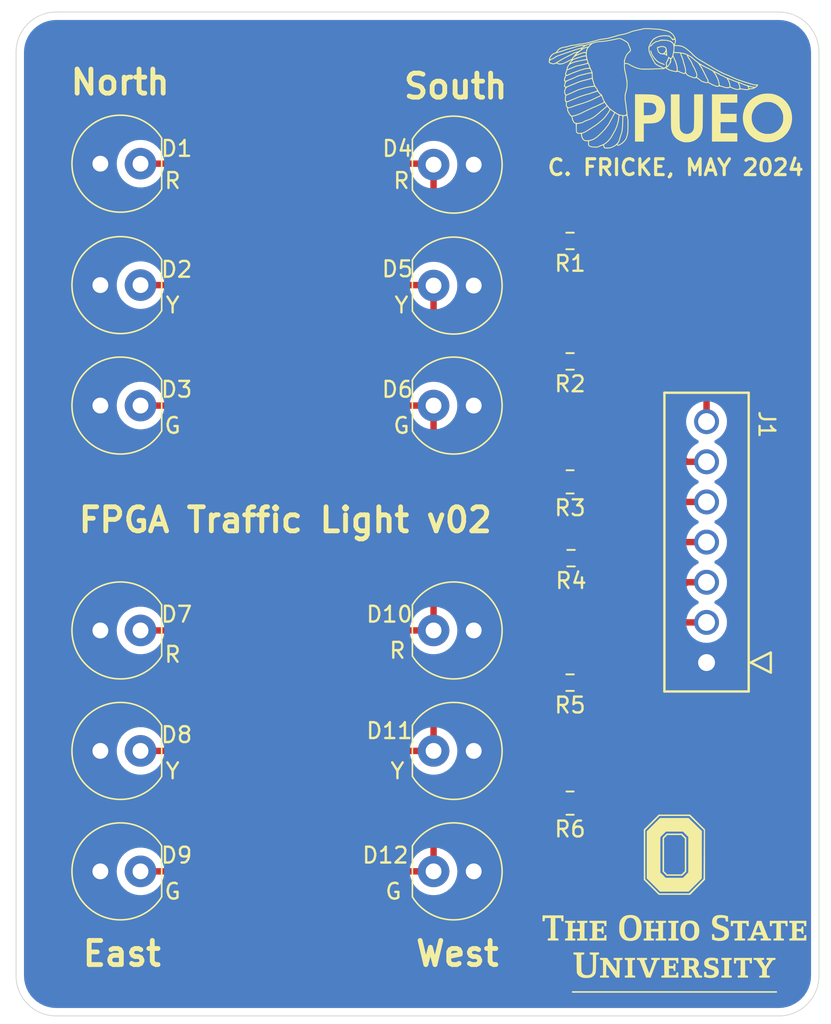
<source format=kicad_pcb>
(kicad_pcb (version 20240108) (generator "pcbnew") (generator_version "8.0")
  (title_block (title "Traffic Light PCB") (date "2024-05-24") (rev "v02") (company "The Ohio State University") (comment 1 "Author: Connor Fricke"))
  (layers (0 "F.Cu" signal) (31 "B.Cu" signal) (34 "B.Paste" user) (35 "F.Paste" user) (36 "B.SilkS" user "B.Silkscreen") (37 "F.SilkS" user "F.Silkscreen") (38 "B.Mask" user) (39 "F.Mask" user) (44 "Edge.Cuts" user))
  (net 0 "")
  (net 1 "GND")
  (net 2 "Net-(D1-A)")
  (net 3 "Net-(D2-A)")
  (net 4 "Net-(D3-A)")
  (net 5 "Net-(D10-A)")
  (net 6 "Net-(D11-A)")
  (net 7 "Net-(D12-A)")
  (net 8 "/EW_GREEN")
  (net 9 "/EW_RED")
  (net 10 "/NS_GREEN")
  (net 11 "/NS_RED")
  (net 12 "/EW_YELLOW")
  (net 13 "/NS_YELLOW")
  (footprint "Library:OSU_logo" (layer "F.Cu") (at 156.21 114.808)
    (property "Reference" "G***" (hide yes))
    (property "Value" "LOGO" (hide yes))
  )
  (footprint "digikey-footprints:LED_5mm_Radial" (layer "F.Cu") (at 122.428 83.312)
    (property "Reference" "D3" (at 2.286 -1.016 0) (layer "F.SilkS"))
    (property "Value" "G" (at 2.032 1.27 0) (layer "F.SilkS"))
    (pad "1" thru_hole rect (at -2.54 0) (size 2 2) (drill 1) (layers "*.Cu" "*.Mask") (net 1 "GND"))
    (pad "2" thru_hole circle (at 0 0) (size 2 2) (drill 1) (layers "*.Cu" "*.Mask") (net 4 "Net-(D3-A)"))
  )
  (footprint "Resistor_SMD:R_0603_1608Metric" (layer "F.Cu") (at 149.606 80.518 180)
    (property "Reference" "R2" (at 0 -1.43 180) (layer "F.SilkS"))
    (property "Value" "100")
    (pad "1" smd roundrect (at -0.825 0 180) (size 0.8 0.95) (layers "F.Cu" "F.Paste" "F.Mask") (net 13 "/NS_YELLOW"))
    (pad "2" smd roundrect (at 0.825 0 180) (size 0.8 0.95) (layers "F.Cu" "F.Paste" "F.Mask") (net 3 "Net-(D2-A)"))
  )
  (footprint "digikey-footprints:LED_5mm_Radial" (layer "F.Cu") (at 140.97 75.722 180)
    (property "Reference" "D5" (at 2.286 1.046 180) (layer "F.SilkS"))
    (property "Value" "Y" (at 2.032 -1.24 180) (layer "F.SilkS"))
    (pad "1" thru_hole rect (at -2.54 0 180) (size 2 2) (drill 1) (layers "*.Cu" "*.Mask") (net 1 "GND"))
    (pad "2" thru_hole circle (at 0 0 180) (size 2 2) (drill 1) (layers "*.Cu" "*.Mask") (net 3 "Net-(D2-A)"))
  )
  (footprint "digikey-footprints:LED_5mm_Radial" (layer "F.Cu") (at 140.97 83.312 180)
    (property "Reference" "D6" (at 2.286 1.016 180) (layer "F.SilkS"))
    (property "Value" "G" (at 2.032 -1.27 180) (layer "F.SilkS"))
    (pad "1" thru_hole rect (at -2.54 0 180) (size 2 2) (drill 1) (layers "*.Cu" "*.Mask") (net 1 "GND"))
    (pad "2" thru_hole circle (at 0 0 180) (size 2 2) (drill 1) (layers "*.Cu" "*.Mask") (net 4 "Net-(D3-A)"))
  )
  (footprint "digikey-footprints:LED_5mm_Radial" (layer "F.Cu") (at 140.97 97.536 180)
    (property "Reference" "D10" (at 2.794 1.016 180) (layer "F.SilkS"))
    (property "Value" "R" (at 2.286 -1.27 180) (layer "F.SilkS"))
    (pad "1" thru_hole rect (at -2.54 0 180) (size 2 2) (drill 1) (layers "*.Cu" "*.Mask") (net 1 "GND"))
    (pad "2" thru_hole circle (at 0 0 180) (size 2 2) (drill 1) (layers "*.Cu" "*.Mask") (net 5 "Net-(D10-A)"))
  )
  (footprint "digikey-footprints:LED_5mm_Radial" (layer "F.Cu") (at 140.97 68.072 180)
    (property "Reference" "D4" (at 2.286 1.016 180) (layer "F.SilkS") (effects (font (size 1 0.9652))))
    (property "Value" "R" (at 2.032 -1.016 180) (layer "F.SilkS"))
    (pad "1" thru_hole rect (at -2.54 0 180) (size 2 2) (drill 1) (layers "*.Cu" "*.Mask") (net 1 "GND"))
    (pad "2" thru_hole circle (at 0 0 180) (size 2 2) (drill 1) (layers "*.Cu" "*.Mask") (net 2 "Net-(D1-A)"))
  )
  (footprint "Resistor_SMD:R_0805_2012Metric" (layer "F.Cu") (at 149.606 88.138 180)
    (property "Reference" "R3" (at 0 -1.65 180) (layer "F.SilkS"))
    (property "Value" "2k")
    (pad "1" smd roundrect (at -0.9125 0 180) (size 1.025 1.4) (layers "F.Cu" "F.Paste" "F.Mask") (roundrect_rratio 0.243902) (net 10 "/NS_GREEN"))
    (pad "2" smd roundrect (at 0.9125 0 180) (size 1.025 1.4) (layers "F.Cu" "F.Paste" "F.Mask") (roundrect_rratio 0.243902) (net 4 "Net-(D3-A)"))
  )
  (footprint "Resistor_SMD:R_0805_2012Metric" (layer "F.Cu") (at 149.606 108.458 180)
    (property "Reference" "R6" (at 0 -1.65 180) (layer "F.SilkS"))
    (property "Value" "2k")
    (pad "1" smd roundrect (at -0.9125 0 180) (size 1.025 1.4) (layers "F.Cu" "F.Paste" "F.Mask") (roundrect_rratio 0.243902) (net 8 "/EW_GREEN"))
    (pad "2" smd roundrect (at 0.9125 0 180) (size 1.025 1.4) (layers "F.Cu" "F.Paste" "F.Mask") (roundrect_rratio 0.243902) (net 7 "Net-(D12-A)"))
  )
  (footprint "digikey-footprints:LED_5mm_Radial" (layer "F.Cu") (at 122.428 75.692)
    (property "Reference" "D2" (at 2.286 -0.986 0) (layer "F.SilkS"))
    (property "Value" "Y" (at 2.032 1.27 0) (layer "F.SilkS"))
    (pad "1" thru_hole rect (at -2.54 0) (size 2 2) (drill 1) (layers "*.Cu" "*.Mask") (net 1 "GND"))
    (pad "2" thru_hole circle (at 0 0) (size 2 2) (drill 1) (layers "*.Cu" "*.Mask") (net 3 "Net-(D2-A)"))
  )
  (footprint "Resistor_SMD:R_0603_1608Metric" (layer "F.Cu") (at 149.669 92.964 180)
    (property "Reference" "R4" (at 0 -1.43 180) (layer "F.SilkS"))
    (property "Value" "100")
    (pad "1" smd roundrect (at -0.825 0 180) (size 0.8 0.95) (layers "F.Cu" "F.Paste" "F.Mask") (net 9 "/EW_RED"))
    (pad "2" smd roundrect (at 0.825 0 180) (size 0.8 0.95) (layers "F.Cu" "F.Paste" "F.Mask") (net 5 "Net-(D10-A)"))
  )
  (footprint "digikey-footprints:LED_5mm_Radial" (layer "F.Cu") (at 122.428 112.776)
    (property "Reference" "D9" (at 2.286 -1.016 0) (layer "F.SilkS"))
    (property "Value" "G" (at 2.032 1.27 0) (layer "F.SilkS"))
    (pad "1" thru_hole rect (at -2.54 0) (size 2 2) (drill 1) (layers "*.Cu" "*.Mask") (net 1 "GND"))
    (pad "2" thru_hole circle (at 0 0) (size 2 2) (drill 1) (layers "*.Cu" "*.Mask") (net 7 "Net-(D12-A)"))
  )
  (footprint "digikey-footprints:LED_5mm_Radial" (layer "F.Cu") (at 140.97 112.776 180)
    (property "Reference" "D12" (at 3.048 1.016 180) (layer "F.SilkS"))
    (property "Value" "G" (at 2.54 -1.27 180) (layer "F.SilkS"))
    (pad "1" thru_hole rect (at -2.54 0 180) (size 2 2) (drill 1) (layers "*.Cu" "*.Mask") (net 1 "GND"))
    (pad "2" thru_hole circle (at 0 0 180) (size 2 2) (drill 1) (layers "*.Cu" "*.Mask") (net 7 "Net-(D12-A)"))
  )
  (footprint "digikey-footprints:LED_5mm_Radial" (layer "F.Cu") (at 140.97 105.156 180)
    (property "Reference" "D11" (at 2.794 1.27 180) (layer "F.SilkS"))
    (property "Value" "Y" (at 2.286 -1.27 180) (layer "F.SilkS"))
    (pad "1" thru_hole rect (at -2.54 0 180) (size 2 2) (drill 1) (layers "*.Cu" "*.Mask") (net 1 "GND"))
    (pad "2" thru_hole circle (at 0 0 180) (size 2 2) (drill 1) (layers "*.Cu" "*.Mask") (net 6 "Net-(D11-A)"))
  )
  (footprint "Library:pueo_logo" (layer "F.Cu") (at 155.956 63.246)
    (property "Reference" "G***" (hide yes))
    (property "Value" "LOGO" (hide yes))
  )
  (footprint "digikey-footprints:LED_5mm_Radial" (layer "F.Cu") (at 122.428 68.012)
    (property "Reference" "D1" (at 2.286 -0.956 0) (layer "F.SilkS"))
    (property "Value" "R" (at 2.032 1.076 0) (layer "F.SilkS"))
    (pad "1" thru_hole rect (at -2.54 0) (size 2 2) (drill 1) (layers "*.Cu" "*.Mask") (net 1 "GND"))
    (pad "2" thru_hole circle (at 0 0) (size 2 2) (drill 1) (layers "*.Cu" "*.Mask") (net 2 "Net-(D1-A)"))
  )
  (footprint "Resistor_SMD:R_0603_1608Metric" (layer "F.Cu") (at 149.606 72.898 180)
    (property "Reference" "R1" (at 0 -1.43 180) (layer "F.SilkS"))
    (property "Value" "100")
    (pad "1" smd roundrect (at -0.825 0 180) (size 0.8 0.95) (layers "F.Cu" "F.Paste" "F.Mask") (net 11 "/NS_RED"))
    (pad "2" smd roundrect (at 0.825 0 180) (size 0.8 0.95) (layers "F.Cu" "F.Paste" "F.Mask") (net 2 "Net-(D1-A)"))
  )
  (footprint "digikey-footprints:LED_5mm_Radial" (layer "F.Cu") (at 122.428 97.536)
    (property "Reference" "D7" (at 2.286 -1.016 0) (layer "F.SilkS"))
    (property "Value" "R" (at 2.032 1.524 0) (layer "F.SilkS"))
    (pad "1" thru_hole rect (at -2.54 0) (size 2 2) (drill 1) (layers "*.Cu" "*.Mask") (net 1 "GND"))
    (pad "2" thru_hole circle (at 0 0) (size 2 2) (drill 1) (layers "*.Cu" "*.Mask") (net 5 "Net-(D10-A)"))
  )
  (footprint "digikey-footprints:LED_5mm_Radial" (layer "F.Cu") (at 122.428 105.156)
    (property "Reference" "D8" (at 2.286 -1.016 0) (layer "F.SilkS"))
    (property "Value" "Y" (at 2.032 1.27 0) (layer "F.SilkS"))
    (pad "1" thru_hole rect (at -2.54 0) (size 2 2) (drill 1) (layers "*.Cu" "*.Mask") (net 1 "GND"))
    (pad "2" thru_hole circle (at 0 0) (size 2 2) (drill 1) (layers "*.Cu" "*.Mask") (net 6 "Net-(D11-A)"))
  )
  (footprint "Library:7PIN-HEADER" (layer "F.Cu") (at 160.02 91.8718 -90)
    (property "Reference" "J1" (at -7.366 -2.032 -90) (layer "F.SilkS"))
    (property "Value" "7PIN-HEADER")
    (pad "1" thru_hole rect (at 7.6962 1.778 270) (size 1.5748 1.5748) (drill 1.0668) (layers "*.Cu" "*.Mask") (net 1 "GND"))
    (pad "2" thru_hole circle (at 5.1562 1.778 270) (size 1.5748 1.5748) (drill 1.0668) (layers "*.Cu" "*.Mask") (net 8 "/EW_GREEN"))
    (pad "3" thru_hole circle (at 2.6162 1.778 270) (size 1.5748 1.5748) (drill 1.0668) (layers "*.Cu" "*.Mask") (net 12 "/EW_YELLOW"))
    (pad "4" thru_hole circle (at 0.0762 1.778 270) (size 1.5748 1.5748) (drill 1.0668) (layers "*.Cu" "*.Mask") (net 9 "/EW_RED"))
    (pad "5" thru_hole circle (at -2.4638 1.778 270) (size 1.5748 1.5748) (drill 1.0668) (layers "*.Cu" "*.Mask") (net 10 "/NS_GREEN"))
    (pad "6" thru_hole circle (at -5.0038 1.778 270) (size 1.5748 1.5748) (drill 1.0668) (layers "*.Cu" "*.Mask") (net 13 "/NS_YELLOW"))
    (pad "7" thru_hole circle (at -7.5438 1.778 270) (size 1.5748 1.5748) (drill 1.0668) (layers "*.Cu" "*.Mask") (net 11 "/NS_RED"))
  )
  (footprint "Resistor_SMD:R_0603_1608Metric" (layer "F.Cu") (at 149.606 100.838 180)
    (property "Reference" "R5" (at 0 -1.43 180) (layer "F.SilkS"))
    (property "Value" "100")
    (pad "1" smd roundrect (at -0.825 0 180) (size 0.8 0.95) (layers "F.Cu" "F.Paste" "F.Mask") (net 12 "/EW_YELLOW"))
    (pad "2" smd roundrect (at 0.825 0 180) (size 0.8 0.95) (layers "F.Cu" "F.Paste" "F.Mask") (net 6 "Net-(D11-A)"))
  )
  (gr_arc (start 165.354 119.38) (mid 164.610051 121.176051) (end 162.814 121.92) (stroke (width 0.05)) (layer "Edge.Cuts"))
  (gr_arc (start 114.554 60.96) (mid 115.297949 59.163949) (end 117.094 58.42) (stroke (width 0.05)) (layer "Edge.Cuts"))
  (gr_line (start 165.354 60.96) (end 165.354 119.38) (stroke (width 0.05)) (layer "Edge.Cuts"))
  (gr_line (start 117.094 58.42) (end 162.814 58.42) (stroke (width 0.05)) (layer "Edge.Cuts"))
  (gr_line (start 114.554 119.38) (end 114.554 60.96) (stroke (width 0.05)) (layer "Edge.Cuts"))
  (gr_arc (start 162.814 58.42) (mid 164.610051 59.163949) (end 165.354 60.96) (stroke (width 0.05)) (layer "Edge.Cuts"))
  (gr_arc (start 117.094 121.92) (mid 115.297949 121.176051) (end 114.554 119.38) (stroke (width 0.05)) (layer "Edge.Cuts"))
  (gr_line (start 162.814 121.92) (end 117.094 121.92) (stroke (width 0.05)) (layer "Edge.Cuts"))
  (gr_text "East" (at 118.618 118.872 0) (layer "F.SilkS") (effects (font (size 1.524 1.524) (thickness 0.3048) (bold yes)) (justify left bottom)))
  (gr_text "C. FRICKE, MAY 2024" (at 148.082 68.834 0) (layer "F.SilkS") (effects (font (size 1 1) (thickness 0.2) (bold yes)) (justify left bottom)))
  (gr_text "North" (at 117.856 63.754 0) (layer "F.SilkS") (effects (font (size 1.524 1.524) (thickness 0.3048) (bold yes)) (justify left bottom)))
  (gr_text "West" (at 139.7 118.872 0) (layer "F.SilkS") (effects (font (size 1.524 1.524) (thickness 0.3048) (bold yes)) (justify left bottom)))
  (gr_text "FPGA Traffic Light v02\n" (at 118.364 91.44 0) (layer "F.SilkS") (effects (font (size 1.524 1.524) (thickness 0.3048) (bold yes)) (justify left bottom)))
  (gr_text "South" (at 138.938 64.008 0) (layer "F.SilkS") (effects (font (size 1.524 1.524) (thickness 0.3048) (bold yes)) (justify left bottom)))
  (segment (start 148.781 72.898) (end 143.256 72.898) (width 0.4064) (layer "F.Cu") (net 2))
  (segment (start 140.97 70.612) (end 140.97 68.072) (width 0.4064) (layer "F.Cu") (net 2))
  (segment (start 122.428 68.012) (end 140.91 68.012) (width 0.4064) (layer "F.Cu") (net 2))
  (segment (start 140.91 68.012) (end 140.97 68.072) (width 0.1524) (layer "F.Cu") (net 2))
  (segment (start 143.256 72.898) (end 140.97 70.612) (width 0.4064) (layer "F.Cu") (net 2))
  (segment (start 140.97 75.722) (end 140.97 78.232) (width 0.4064) (layer "F.Cu") (net 3))
  (segment (start 140.97 78.232) (end 142.24 79.502) (width 0.4064) (layer "F.Cu") (net 3))
  (segment (start 122.428 75.692) (end 140.94 75.692) (width 0.4064) (layer "F.Cu") (net 3))
  (segment (start 145.542 80.518) (end 148.781 80.518) (width 0.4064) (layer "F.Cu") (net 3))
  (segment (start 140.94 75.692) (end 140.97 75.722) (width 0.1524) (layer "F.Cu") (net 3))
  (segment (start 144.526 79.502) (end 145.542 80.518) (width 0.4064) (layer "F.Cu") (net 3))
  (segment (start 142.24 79.502) (end 144.526 79.502) (width 0.4064) (layer "F.Cu") (net 3))
  (segment (start 122.428 83.312) (end 140.97 83.312) (width 0.4064) (layer "F.Cu") (net 4))
  (segment (start 140.97 86.106) (end 143.002 88.138) (width 0.4064) (layer "F.Cu") (net 4))
  (segment (start 140.97 83.312) (end 140.97 86.106) (width 0.4064) (layer "F.Cu") (net 4))
  (segment (start 143.002 88.138) (end 148.1435 88.138) (width 0.4064) (layer "F.Cu") (net 4))
  (segment (start 148.844 92.964) (end 143.002 92.964) (width 0.4064) (layer "F.Cu") (net 5))
  (segment (start 143.002 92.964) (end 140.97 94.996) (width 0.4064) (layer "F.Cu") (net 5))
  (segment (start 122.428 97.536) (end 140.97 97.536) (width 0.4064) (layer "F.Cu") (net 5))
  (segment (start 140.97 94.996) (end 140.97 97.536) (width 0.4064) (layer "F.Cu") (net 5))
  (segment (start 148.781 100.838) (end 141.986 100.838) (width 0.4064) (layer "F.Cu") (net 6))
  (segment (start 141.986 100.838) (end 140.97 101.854) (width 0.4064) (layer "F.Cu") (net 6))
  (segment (start 122.428 105.156) (end 140.97 105.156) (width 0.4064) (layer "F.Cu") (net 6))
  (segment (start 140.97 101.854) (end 140.97 105.156) (width 0.4064) (layer "F.Cu") (net 6))
  (segment (start 122.428 112.776) (end 140.97 112.776) (width 0.4064) (layer "F.Cu") (net 7))
  (segment (start 142.494 108.458) (end 140.97 109.982) (width 0.4064) (layer "F.Cu") (net 7))
  (segment (start 148.1435 108.458) (end 142.494 108.458) (width 0.4064) (layer "F.Cu") (net 7))
  (segment (start 140.97 109.982) (end 140.97 112.776) (width 0.4064) (layer "F.Cu") (net 7))
  (segment (start 155.448 106.172) (end 155.448 98.044) (width 0.4064) (layer "F.Cu") (net 8))
  (segment (start 153.162 108.458) (end 155.448 106.172) (width 0.4064) (layer "F.Cu") (net 8))
  (segment (start 151.0685 108.458) (end 153.162 108.458) (width 0.4064) (layer "F.Cu") (net 8))
  (segment (start 155.448 98.044) (end 156.464 97.028) (width 0.4064) (layer "F.Cu") (net 8))
  (segment (start 156.464 97.028) (end 158.242 97.028) (width 0.4064) (layer "F.Cu") (net 8))
  (segment (start 152.908 92.964) (end 150.494 92.964) (width 0.4064) (layer "F.Cu") (net 9))
  (segment (start 153.924 91.948) (end 152.908 92.964) (width 0.4064) (layer "F.Cu") (net 9))
  (segment (start 158.242 91.948) (end 153.924 91.948) (width 0.4064) (layer "F.Cu") (net 9))
  (segment (start 153.924 89.408) (end 152.654 88.138) (width 0.4064) (layer "F.Cu") (net 10))
  (segment (start 152.654 88.138) (end 151.0685 88.138) (width 0.4064) (layer "F.Cu") (net 10))
  (segment (start 158.242 89.408) (end 153.924 89.408) (width 0.4064) (layer "F.Cu") (net 10))
  (segment (start 158.242 78.486) (end 152.654 72.898) (width 0.4064) (layer "F.Cu") (net 11))
  (segment (start 152.654 72.898) (end 150.431 72.898) (width 0.4064) (layer "F.Cu") (net 11))
  (segment (start 158.242 84.328) (end 158.242 78.486) (width 0.4064) (layer "F.Cu") (net 11))
  (segment (start 152.146 100.838) (end 150.431 100.838) (width 0.4064) (layer "F.Cu") (net 12))
  (segment (start 156.972 94.488) (end 153.67 97.79) (width 0.4064) (layer "F.Cu") (net 12))
  (segment (start 153.67 97.79) (end 153.67 99.314) (width 0.4064) (layer "F.Cu") (net 12))
  (segment (start 158.242 94.488) (end 156.972 94.488) (width 0.4064) (layer "F.Cu") (net 12))
  (segment (start 153.67 99.314) (end 152.146 100.838) (width 0.4064) (layer "F.Cu") (net 12))
  (segment (start 158.242 86.868) (end 156.972 86.868) (width 0.4064) (layer "F.Cu") (net 13))
  (segment (start 153.924 83.82) (end 153.924 82.042) (width 0.4064) (layer "F.Cu") (net 13))
  (segment (start 156.972 86.868) (end 153.924 83.82) (width 0.4064) (layer "F.Cu") (net 13))
  (segment (start 152.4 80.518) (end 150.431 80.518) (width 0.4064) (layer "F.Cu") (net 13))
  (segment (start 153.924 82.042) (end 152.4 80.518) (width 0.4064) (layer "F.Cu") (net 13))
  (zone (net 1) (net_name "GND") (layer "B.Cu") (connect_pads yes (clearance 0.5)) (min_thickness 0.25) (fill yes (thermal_gap 0.5) (thermal_bridge_width 0.5))
    (polygon (pts (xy 113.538 57.912) (xy 166.116 57.658) (xy 166.116 122.428) (xy 113.538 122.428)))
  )
)
</source>
